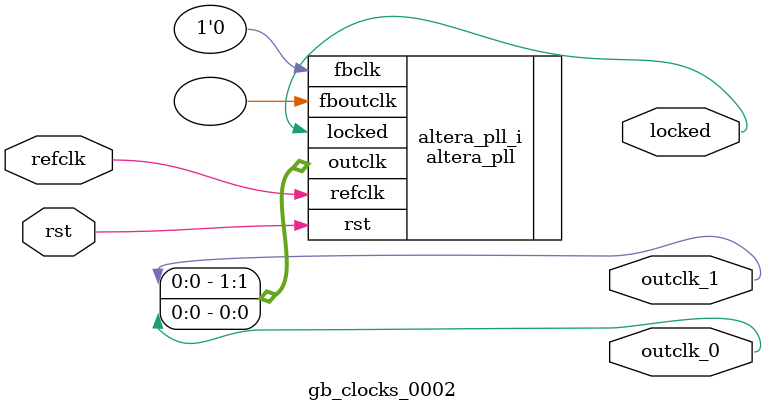
<source format=v>
`timescale 1ns/10ps
module  gb_clocks_0002(

	// interface 'refclk'
	input wire refclk,

	// interface 'reset'
	input wire rst,

	// interface 'outclk0'
	output wire outclk_0,

	// interface 'outclk1'
	output wire outclk_1,

	// interface 'locked'
	output wire locked
);

	altera_pll #(
		.fractional_vco_multiplier("false"),
		.reference_clock_frequency("50.0 MHz"),
		.operation_mode("direct"),
		.number_of_clocks(2),
		.output_clock_frequency0("4.194352 MHz"),
		.phase_shift0("0 ps"),
		.duty_cycle0(50),
		.output_clock_frequency1("16.777408 MHz"),
		.phase_shift1("0 ps"),
		.duty_cycle1(50),
		.output_clock_frequency2("0 MHz"),
		.phase_shift2("0 ps"),
		.duty_cycle2(50),
		.output_clock_frequency3("0 MHz"),
		.phase_shift3("0 ps"),
		.duty_cycle3(50),
		.output_clock_frequency4("0 MHz"),
		.phase_shift4("0 ps"),
		.duty_cycle4(50),
		.output_clock_frequency5("0 MHz"),
		.phase_shift5("0 ps"),
		.duty_cycle5(50),
		.output_clock_frequency6("0 MHz"),
		.phase_shift6("0 ps"),
		.duty_cycle6(50),
		.output_clock_frequency7("0 MHz"),
		.phase_shift7("0 ps"),
		.duty_cycle7(50),
		.output_clock_frequency8("0 MHz"),
		.phase_shift8("0 ps"),
		.duty_cycle8(50),
		.output_clock_frequency9("0 MHz"),
		.phase_shift9("0 ps"),
		.duty_cycle9(50),
		.output_clock_frequency10("0 MHz"),
		.phase_shift10("0 ps"),
		.duty_cycle10(50),
		.output_clock_frequency11("0 MHz"),
		.phase_shift11("0 ps"),
		.duty_cycle11(50),
		.output_clock_frequency12("0 MHz"),
		.phase_shift12("0 ps"),
		.duty_cycle12(50),
		.output_clock_frequency13("0 MHz"),
		.phase_shift13("0 ps"),
		.duty_cycle13(50),
		.output_clock_frequency14("0 MHz"),
		.phase_shift14("0 ps"),
		.duty_cycle14(50),
		.output_clock_frequency15("0 MHz"),
		.phase_shift15("0 ps"),
		.duty_cycle15(50),
		.output_clock_frequency16("0 MHz"),
		.phase_shift16("0 ps"),
		.duty_cycle16(50),
		.output_clock_frequency17("0 MHz"),
		.phase_shift17("0 ps"),
		.duty_cycle17(50),
		.pll_type("General"),
		.pll_subtype("General")
	) altera_pll_i (
		.rst	(rst),
		.outclk	({outclk_1, outclk_0}),
		.locked	(locked),
		.fboutclk	( ),
		.fbclk	(1'b0),
		.refclk	(refclk)
	);
endmodule


</source>
